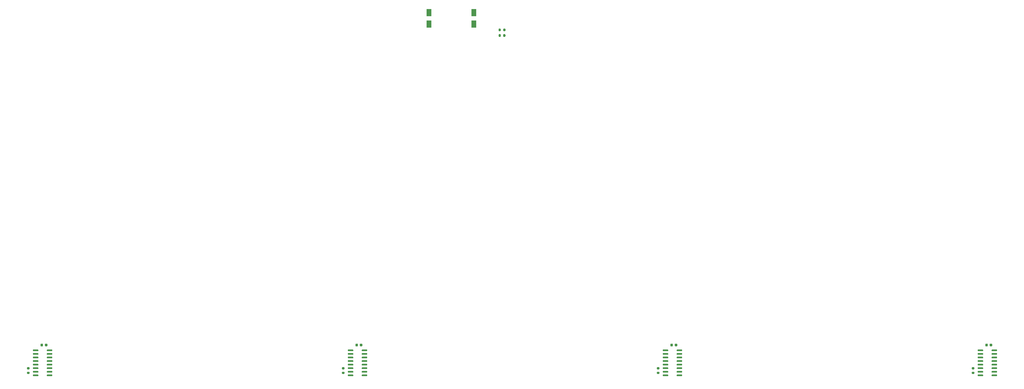
<source format=gbr>
G04 #@! TF.GenerationSoftware,KiCad,Pcbnew,(5.1.7)-1*
G04 #@! TF.CreationDate,2021-02-18T19:39:08-05:00*
G04 #@! TF.ProjectId,OpeNITHM-full,4f70654e-4954-4484-9d2d-66756c6c2e6b,rev?*
G04 #@! TF.SameCoordinates,Original*
G04 #@! TF.FileFunction,Paste,Top*
G04 #@! TF.FilePolarity,Positive*
%FSLAX46Y46*%
G04 Gerber Fmt 4.6, Leading zero omitted, Abs format (unit mm)*
G04 Created by KiCad (PCBNEW (5.1.7)-1) date 2021-02-18 19:39:08*
%MOMM*%
%LPD*%
G01*
G04 APERTURE LIST*
%ADD10R,1.800000X2.500000*%
G04 APERTURE END LIST*
D10*
X124460000Y-12890000D03*
X124460000Y-8890000D03*
X140335000Y-12890000D03*
X140335000Y-8890000D03*
G36*
G01*
X100560000Y-129055000D02*
X100560000Y-128755000D01*
G75*
G02*
X100710000Y-128605000I150000J0D01*
G01*
X102360000Y-128605000D01*
G75*
G02*
X102510000Y-128755000I0J-150000D01*
G01*
X102510000Y-129055000D01*
G75*
G02*
X102360000Y-129205000I-150000J0D01*
G01*
X100710000Y-129205000D01*
G75*
G02*
X100560000Y-129055000I0J150000D01*
G01*
G37*
G36*
G01*
X100560000Y-130325000D02*
X100560000Y-130025000D01*
G75*
G02*
X100710000Y-129875000I150000J0D01*
G01*
X102360000Y-129875000D01*
G75*
G02*
X102510000Y-130025000I0J-150000D01*
G01*
X102510000Y-130325000D01*
G75*
G02*
X102360000Y-130475000I-150000J0D01*
G01*
X100710000Y-130475000D01*
G75*
G02*
X100560000Y-130325000I0J150000D01*
G01*
G37*
G36*
G01*
X100560000Y-131595000D02*
X100560000Y-131295000D01*
G75*
G02*
X100710000Y-131145000I150000J0D01*
G01*
X102360000Y-131145000D01*
G75*
G02*
X102510000Y-131295000I0J-150000D01*
G01*
X102510000Y-131595000D01*
G75*
G02*
X102360000Y-131745000I-150000J0D01*
G01*
X100710000Y-131745000D01*
G75*
G02*
X100560000Y-131595000I0J150000D01*
G01*
G37*
G36*
G01*
X100560000Y-132865000D02*
X100560000Y-132565000D01*
G75*
G02*
X100710000Y-132415000I150000J0D01*
G01*
X102360000Y-132415000D01*
G75*
G02*
X102510000Y-132565000I0J-150000D01*
G01*
X102510000Y-132865000D01*
G75*
G02*
X102360000Y-133015000I-150000J0D01*
G01*
X100710000Y-133015000D01*
G75*
G02*
X100560000Y-132865000I0J150000D01*
G01*
G37*
G36*
G01*
X100560000Y-134135000D02*
X100560000Y-133835000D01*
G75*
G02*
X100710000Y-133685000I150000J0D01*
G01*
X102360000Y-133685000D01*
G75*
G02*
X102510000Y-133835000I0J-150000D01*
G01*
X102510000Y-134135000D01*
G75*
G02*
X102360000Y-134285000I-150000J0D01*
G01*
X100710000Y-134285000D01*
G75*
G02*
X100560000Y-134135000I0J150000D01*
G01*
G37*
G36*
G01*
X100560000Y-135405000D02*
X100560000Y-135105000D01*
G75*
G02*
X100710000Y-134955000I150000J0D01*
G01*
X102360000Y-134955000D01*
G75*
G02*
X102510000Y-135105000I0J-150000D01*
G01*
X102510000Y-135405000D01*
G75*
G02*
X102360000Y-135555000I-150000J0D01*
G01*
X100710000Y-135555000D01*
G75*
G02*
X100560000Y-135405000I0J150000D01*
G01*
G37*
G36*
G01*
X100560000Y-136675000D02*
X100560000Y-136375000D01*
G75*
G02*
X100710000Y-136225000I150000J0D01*
G01*
X102360000Y-136225000D01*
G75*
G02*
X102510000Y-136375000I0J-150000D01*
G01*
X102510000Y-136675000D01*
G75*
G02*
X102360000Y-136825000I-150000J0D01*
G01*
X100710000Y-136825000D01*
G75*
G02*
X100560000Y-136675000I0J150000D01*
G01*
G37*
G36*
G01*
X100560000Y-137945000D02*
X100560000Y-137645000D01*
G75*
G02*
X100710000Y-137495000I150000J0D01*
G01*
X102360000Y-137495000D01*
G75*
G02*
X102510000Y-137645000I0J-150000D01*
G01*
X102510000Y-137945000D01*
G75*
G02*
X102360000Y-138095000I-150000J0D01*
G01*
X100710000Y-138095000D01*
G75*
G02*
X100560000Y-137945000I0J150000D01*
G01*
G37*
G36*
G01*
X95610000Y-137945000D02*
X95610000Y-137645000D01*
G75*
G02*
X95760000Y-137495000I150000J0D01*
G01*
X97410000Y-137495000D01*
G75*
G02*
X97560000Y-137645000I0J-150000D01*
G01*
X97560000Y-137945000D01*
G75*
G02*
X97410000Y-138095000I-150000J0D01*
G01*
X95760000Y-138095000D01*
G75*
G02*
X95610000Y-137945000I0J150000D01*
G01*
G37*
G36*
G01*
X95610000Y-136675000D02*
X95610000Y-136375000D01*
G75*
G02*
X95760000Y-136225000I150000J0D01*
G01*
X97410000Y-136225000D01*
G75*
G02*
X97560000Y-136375000I0J-150000D01*
G01*
X97560000Y-136675000D01*
G75*
G02*
X97410000Y-136825000I-150000J0D01*
G01*
X95760000Y-136825000D01*
G75*
G02*
X95610000Y-136675000I0J150000D01*
G01*
G37*
G36*
G01*
X95610000Y-135405000D02*
X95610000Y-135105000D01*
G75*
G02*
X95760000Y-134955000I150000J0D01*
G01*
X97410000Y-134955000D01*
G75*
G02*
X97560000Y-135105000I0J-150000D01*
G01*
X97560000Y-135405000D01*
G75*
G02*
X97410000Y-135555000I-150000J0D01*
G01*
X95760000Y-135555000D01*
G75*
G02*
X95610000Y-135405000I0J150000D01*
G01*
G37*
G36*
G01*
X95610000Y-134135000D02*
X95610000Y-133835000D01*
G75*
G02*
X95760000Y-133685000I150000J0D01*
G01*
X97410000Y-133685000D01*
G75*
G02*
X97560000Y-133835000I0J-150000D01*
G01*
X97560000Y-134135000D01*
G75*
G02*
X97410000Y-134285000I-150000J0D01*
G01*
X95760000Y-134285000D01*
G75*
G02*
X95610000Y-134135000I0J150000D01*
G01*
G37*
G36*
G01*
X95610000Y-132865000D02*
X95610000Y-132565000D01*
G75*
G02*
X95760000Y-132415000I150000J0D01*
G01*
X97410000Y-132415000D01*
G75*
G02*
X97560000Y-132565000I0J-150000D01*
G01*
X97560000Y-132865000D01*
G75*
G02*
X97410000Y-133015000I-150000J0D01*
G01*
X95760000Y-133015000D01*
G75*
G02*
X95610000Y-132865000I0J150000D01*
G01*
G37*
G36*
G01*
X95610000Y-131595000D02*
X95610000Y-131295000D01*
G75*
G02*
X95760000Y-131145000I150000J0D01*
G01*
X97410000Y-131145000D01*
G75*
G02*
X97560000Y-131295000I0J-150000D01*
G01*
X97560000Y-131595000D01*
G75*
G02*
X97410000Y-131745000I-150000J0D01*
G01*
X95760000Y-131745000D01*
G75*
G02*
X95610000Y-131595000I0J150000D01*
G01*
G37*
G36*
G01*
X95610000Y-130325000D02*
X95610000Y-130025000D01*
G75*
G02*
X95760000Y-129875000I150000J0D01*
G01*
X97410000Y-129875000D01*
G75*
G02*
X97560000Y-130025000I0J-150000D01*
G01*
X97560000Y-130325000D01*
G75*
G02*
X97410000Y-130475000I-150000J0D01*
G01*
X95760000Y-130475000D01*
G75*
G02*
X95610000Y-130325000I0J150000D01*
G01*
G37*
G36*
G01*
X95610000Y-129055000D02*
X95610000Y-128755000D01*
G75*
G02*
X95760000Y-128605000I150000J0D01*
G01*
X97410000Y-128605000D01*
G75*
G02*
X97560000Y-128755000I0J-150000D01*
G01*
X97560000Y-129055000D01*
G75*
G02*
X97410000Y-129205000I-150000J0D01*
G01*
X95760000Y-129205000D01*
G75*
G02*
X95610000Y-129055000I0J150000D01*
G01*
G37*
G36*
G01*
X149115000Y-17275000D02*
X149115000Y-16725000D01*
G75*
G02*
X149315000Y-16525000I200000J0D01*
G01*
X149715000Y-16525000D01*
G75*
G02*
X149915000Y-16725000I0J-200000D01*
G01*
X149915000Y-17275000D01*
G75*
G02*
X149715000Y-17475000I-200000J0D01*
G01*
X149315000Y-17475000D01*
G75*
G02*
X149115000Y-17275000I0J200000D01*
G01*
G37*
G36*
G01*
X150765000Y-17275000D02*
X150765000Y-16725000D01*
G75*
G02*
X150965000Y-16525000I200000J0D01*
G01*
X151365000Y-16525000D01*
G75*
G02*
X151565000Y-16725000I0J-200000D01*
G01*
X151565000Y-17275000D01*
G75*
G02*
X151365000Y-17475000I-200000J0D01*
G01*
X150965000Y-17475000D01*
G75*
G02*
X150765000Y-17275000I0J200000D01*
G01*
G37*
G36*
G01*
X149115000Y-15275000D02*
X149115000Y-14725000D01*
G75*
G02*
X149315000Y-14525000I200000J0D01*
G01*
X149715000Y-14525000D01*
G75*
G02*
X149915000Y-14725000I0J-200000D01*
G01*
X149915000Y-15275000D01*
G75*
G02*
X149715000Y-15475000I-200000J0D01*
G01*
X149315000Y-15475000D01*
G75*
G02*
X149115000Y-15275000I0J200000D01*
G01*
G37*
G36*
G01*
X150765000Y-15275000D02*
X150765000Y-14725000D01*
G75*
G02*
X150965000Y-14525000I200000J0D01*
G01*
X151365000Y-14525000D01*
G75*
G02*
X151565000Y-14725000I0J-200000D01*
G01*
X151565000Y-15275000D01*
G75*
G02*
X151365000Y-15475000I-200000J0D01*
G01*
X150965000Y-15475000D01*
G75*
G02*
X150765000Y-15275000I0J200000D01*
G01*
G37*
G36*
G01*
X324080000Y-129055000D02*
X324080000Y-128755000D01*
G75*
G02*
X324230000Y-128605000I150000J0D01*
G01*
X325880000Y-128605000D01*
G75*
G02*
X326030000Y-128755000I0J-150000D01*
G01*
X326030000Y-129055000D01*
G75*
G02*
X325880000Y-129205000I-150000J0D01*
G01*
X324230000Y-129205000D01*
G75*
G02*
X324080000Y-129055000I0J150000D01*
G01*
G37*
G36*
G01*
X324080000Y-130325000D02*
X324080000Y-130025000D01*
G75*
G02*
X324230000Y-129875000I150000J0D01*
G01*
X325880000Y-129875000D01*
G75*
G02*
X326030000Y-130025000I0J-150000D01*
G01*
X326030000Y-130325000D01*
G75*
G02*
X325880000Y-130475000I-150000J0D01*
G01*
X324230000Y-130475000D01*
G75*
G02*
X324080000Y-130325000I0J150000D01*
G01*
G37*
G36*
G01*
X324080000Y-131595000D02*
X324080000Y-131295000D01*
G75*
G02*
X324230000Y-131145000I150000J0D01*
G01*
X325880000Y-131145000D01*
G75*
G02*
X326030000Y-131295000I0J-150000D01*
G01*
X326030000Y-131595000D01*
G75*
G02*
X325880000Y-131745000I-150000J0D01*
G01*
X324230000Y-131745000D01*
G75*
G02*
X324080000Y-131595000I0J150000D01*
G01*
G37*
G36*
G01*
X324080000Y-132865000D02*
X324080000Y-132565000D01*
G75*
G02*
X324230000Y-132415000I150000J0D01*
G01*
X325880000Y-132415000D01*
G75*
G02*
X326030000Y-132565000I0J-150000D01*
G01*
X326030000Y-132865000D01*
G75*
G02*
X325880000Y-133015000I-150000J0D01*
G01*
X324230000Y-133015000D01*
G75*
G02*
X324080000Y-132865000I0J150000D01*
G01*
G37*
G36*
G01*
X324080000Y-134135000D02*
X324080000Y-133835000D01*
G75*
G02*
X324230000Y-133685000I150000J0D01*
G01*
X325880000Y-133685000D01*
G75*
G02*
X326030000Y-133835000I0J-150000D01*
G01*
X326030000Y-134135000D01*
G75*
G02*
X325880000Y-134285000I-150000J0D01*
G01*
X324230000Y-134285000D01*
G75*
G02*
X324080000Y-134135000I0J150000D01*
G01*
G37*
G36*
G01*
X324080000Y-135405000D02*
X324080000Y-135105000D01*
G75*
G02*
X324230000Y-134955000I150000J0D01*
G01*
X325880000Y-134955000D01*
G75*
G02*
X326030000Y-135105000I0J-150000D01*
G01*
X326030000Y-135405000D01*
G75*
G02*
X325880000Y-135555000I-150000J0D01*
G01*
X324230000Y-135555000D01*
G75*
G02*
X324080000Y-135405000I0J150000D01*
G01*
G37*
G36*
G01*
X324080000Y-136675000D02*
X324080000Y-136375000D01*
G75*
G02*
X324230000Y-136225000I150000J0D01*
G01*
X325880000Y-136225000D01*
G75*
G02*
X326030000Y-136375000I0J-150000D01*
G01*
X326030000Y-136675000D01*
G75*
G02*
X325880000Y-136825000I-150000J0D01*
G01*
X324230000Y-136825000D01*
G75*
G02*
X324080000Y-136675000I0J150000D01*
G01*
G37*
G36*
G01*
X324080000Y-137945000D02*
X324080000Y-137645000D01*
G75*
G02*
X324230000Y-137495000I150000J0D01*
G01*
X325880000Y-137495000D01*
G75*
G02*
X326030000Y-137645000I0J-150000D01*
G01*
X326030000Y-137945000D01*
G75*
G02*
X325880000Y-138095000I-150000J0D01*
G01*
X324230000Y-138095000D01*
G75*
G02*
X324080000Y-137945000I0J150000D01*
G01*
G37*
G36*
G01*
X319130000Y-137945000D02*
X319130000Y-137645000D01*
G75*
G02*
X319280000Y-137495000I150000J0D01*
G01*
X320930000Y-137495000D01*
G75*
G02*
X321080000Y-137645000I0J-150000D01*
G01*
X321080000Y-137945000D01*
G75*
G02*
X320930000Y-138095000I-150000J0D01*
G01*
X319280000Y-138095000D01*
G75*
G02*
X319130000Y-137945000I0J150000D01*
G01*
G37*
G36*
G01*
X319130000Y-136675000D02*
X319130000Y-136375000D01*
G75*
G02*
X319280000Y-136225000I150000J0D01*
G01*
X320930000Y-136225000D01*
G75*
G02*
X321080000Y-136375000I0J-150000D01*
G01*
X321080000Y-136675000D01*
G75*
G02*
X320930000Y-136825000I-150000J0D01*
G01*
X319280000Y-136825000D01*
G75*
G02*
X319130000Y-136675000I0J150000D01*
G01*
G37*
G36*
G01*
X319130000Y-135405000D02*
X319130000Y-135105000D01*
G75*
G02*
X319280000Y-134955000I150000J0D01*
G01*
X320930000Y-134955000D01*
G75*
G02*
X321080000Y-135105000I0J-150000D01*
G01*
X321080000Y-135405000D01*
G75*
G02*
X320930000Y-135555000I-150000J0D01*
G01*
X319280000Y-135555000D01*
G75*
G02*
X319130000Y-135405000I0J150000D01*
G01*
G37*
G36*
G01*
X319130000Y-134135000D02*
X319130000Y-133835000D01*
G75*
G02*
X319280000Y-133685000I150000J0D01*
G01*
X320930000Y-133685000D01*
G75*
G02*
X321080000Y-133835000I0J-150000D01*
G01*
X321080000Y-134135000D01*
G75*
G02*
X320930000Y-134285000I-150000J0D01*
G01*
X319280000Y-134285000D01*
G75*
G02*
X319130000Y-134135000I0J150000D01*
G01*
G37*
G36*
G01*
X319130000Y-132865000D02*
X319130000Y-132565000D01*
G75*
G02*
X319280000Y-132415000I150000J0D01*
G01*
X320930000Y-132415000D01*
G75*
G02*
X321080000Y-132565000I0J-150000D01*
G01*
X321080000Y-132865000D01*
G75*
G02*
X320930000Y-133015000I-150000J0D01*
G01*
X319280000Y-133015000D01*
G75*
G02*
X319130000Y-132865000I0J150000D01*
G01*
G37*
G36*
G01*
X319130000Y-131595000D02*
X319130000Y-131295000D01*
G75*
G02*
X319280000Y-131145000I150000J0D01*
G01*
X320930000Y-131145000D01*
G75*
G02*
X321080000Y-131295000I0J-150000D01*
G01*
X321080000Y-131595000D01*
G75*
G02*
X320930000Y-131745000I-150000J0D01*
G01*
X319280000Y-131745000D01*
G75*
G02*
X319130000Y-131595000I0J150000D01*
G01*
G37*
G36*
G01*
X319130000Y-130325000D02*
X319130000Y-130025000D01*
G75*
G02*
X319280000Y-129875000I150000J0D01*
G01*
X320930000Y-129875000D01*
G75*
G02*
X321080000Y-130025000I0J-150000D01*
G01*
X321080000Y-130325000D01*
G75*
G02*
X320930000Y-130475000I-150000J0D01*
G01*
X319280000Y-130475000D01*
G75*
G02*
X319130000Y-130325000I0J150000D01*
G01*
G37*
G36*
G01*
X319130000Y-129055000D02*
X319130000Y-128755000D01*
G75*
G02*
X319280000Y-128605000I150000J0D01*
G01*
X320930000Y-128605000D01*
G75*
G02*
X321080000Y-128755000I0J-150000D01*
G01*
X321080000Y-129055000D01*
G75*
G02*
X320930000Y-129205000I-150000J0D01*
G01*
X319280000Y-129205000D01*
G75*
G02*
X319130000Y-129055000I0J150000D01*
G01*
G37*
G36*
G01*
X321850000Y-127250000D02*
X321850000Y-126750000D01*
G75*
G02*
X322075000Y-126525000I225000J0D01*
G01*
X322525000Y-126525000D01*
G75*
G02*
X322750000Y-126750000I0J-225000D01*
G01*
X322750000Y-127250000D01*
G75*
G02*
X322525000Y-127475000I-225000J0D01*
G01*
X322075000Y-127475000D01*
G75*
G02*
X321850000Y-127250000I0J225000D01*
G01*
G37*
G36*
G01*
X323400000Y-127250000D02*
X323400000Y-126750000D01*
G75*
G02*
X323625000Y-126525000I225000J0D01*
G01*
X324075000Y-126525000D01*
G75*
G02*
X324300000Y-126750000I0J-225000D01*
G01*
X324300000Y-127250000D01*
G75*
G02*
X324075000Y-127475000I-225000J0D01*
G01*
X323625000Y-127475000D01*
G75*
G02*
X323400000Y-127250000I0J225000D01*
G01*
G37*
G36*
G01*
X-18055000Y-136505000D02*
X-17505000Y-136505000D01*
G75*
G02*
X-17305000Y-136705000I0J-200000D01*
G01*
X-17305000Y-137105000D01*
G75*
G02*
X-17505000Y-137305000I-200000J0D01*
G01*
X-18055000Y-137305000D01*
G75*
G02*
X-18255000Y-137105000I0J200000D01*
G01*
X-18255000Y-136705000D01*
G75*
G02*
X-18055000Y-136505000I200000J0D01*
G01*
G37*
G36*
G01*
X-18055000Y-134855000D02*
X-17505000Y-134855000D01*
G75*
G02*
X-17305000Y-135055000I0J-200000D01*
G01*
X-17305000Y-135455000D01*
G75*
G02*
X-17505000Y-135655000I-200000J0D01*
G01*
X-18055000Y-135655000D01*
G75*
G02*
X-18255000Y-135455000I0J200000D01*
G01*
X-18255000Y-135055000D01*
G75*
G02*
X-18055000Y-134855000I200000J0D01*
G01*
G37*
G36*
G01*
X-11200000Y-129055000D02*
X-11200000Y-128755000D01*
G75*
G02*
X-11050000Y-128605000I150000J0D01*
G01*
X-9400000Y-128605000D01*
G75*
G02*
X-9250000Y-128755000I0J-150000D01*
G01*
X-9250000Y-129055000D01*
G75*
G02*
X-9400000Y-129205000I-150000J0D01*
G01*
X-11050000Y-129205000D01*
G75*
G02*
X-11200000Y-129055000I0J150000D01*
G01*
G37*
G36*
G01*
X-11200000Y-130325000D02*
X-11200000Y-130025000D01*
G75*
G02*
X-11050000Y-129875000I150000J0D01*
G01*
X-9400000Y-129875000D01*
G75*
G02*
X-9250000Y-130025000I0J-150000D01*
G01*
X-9250000Y-130325000D01*
G75*
G02*
X-9400000Y-130475000I-150000J0D01*
G01*
X-11050000Y-130475000D01*
G75*
G02*
X-11200000Y-130325000I0J150000D01*
G01*
G37*
G36*
G01*
X-11200000Y-131595000D02*
X-11200000Y-131295000D01*
G75*
G02*
X-11050000Y-131145000I150000J0D01*
G01*
X-9400000Y-131145000D01*
G75*
G02*
X-9250000Y-131295000I0J-150000D01*
G01*
X-9250000Y-131595000D01*
G75*
G02*
X-9400000Y-131745000I-150000J0D01*
G01*
X-11050000Y-131745000D01*
G75*
G02*
X-11200000Y-131595000I0J150000D01*
G01*
G37*
G36*
G01*
X-11200000Y-132865000D02*
X-11200000Y-132565000D01*
G75*
G02*
X-11050000Y-132415000I150000J0D01*
G01*
X-9400000Y-132415000D01*
G75*
G02*
X-9250000Y-132565000I0J-150000D01*
G01*
X-9250000Y-132865000D01*
G75*
G02*
X-9400000Y-133015000I-150000J0D01*
G01*
X-11050000Y-133015000D01*
G75*
G02*
X-11200000Y-132865000I0J150000D01*
G01*
G37*
G36*
G01*
X-11200000Y-134135000D02*
X-11200000Y-133835000D01*
G75*
G02*
X-11050000Y-133685000I150000J0D01*
G01*
X-9400000Y-133685000D01*
G75*
G02*
X-9250000Y-133835000I0J-150000D01*
G01*
X-9250000Y-134135000D01*
G75*
G02*
X-9400000Y-134285000I-150000J0D01*
G01*
X-11050000Y-134285000D01*
G75*
G02*
X-11200000Y-134135000I0J150000D01*
G01*
G37*
G36*
G01*
X-11200000Y-135405000D02*
X-11200000Y-135105000D01*
G75*
G02*
X-11050000Y-134955000I150000J0D01*
G01*
X-9400000Y-134955000D01*
G75*
G02*
X-9250000Y-135105000I0J-150000D01*
G01*
X-9250000Y-135405000D01*
G75*
G02*
X-9400000Y-135555000I-150000J0D01*
G01*
X-11050000Y-135555000D01*
G75*
G02*
X-11200000Y-135405000I0J150000D01*
G01*
G37*
G36*
G01*
X-11200000Y-136675000D02*
X-11200000Y-136375000D01*
G75*
G02*
X-11050000Y-136225000I150000J0D01*
G01*
X-9400000Y-136225000D01*
G75*
G02*
X-9250000Y-136375000I0J-150000D01*
G01*
X-9250000Y-136675000D01*
G75*
G02*
X-9400000Y-136825000I-150000J0D01*
G01*
X-11050000Y-136825000D01*
G75*
G02*
X-11200000Y-136675000I0J150000D01*
G01*
G37*
G36*
G01*
X-11200000Y-137945000D02*
X-11200000Y-137645000D01*
G75*
G02*
X-11050000Y-137495000I150000J0D01*
G01*
X-9400000Y-137495000D01*
G75*
G02*
X-9250000Y-137645000I0J-150000D01*
G01*
X-9250000Y-137945000D01*
G75*
G02*
X-9400000Y-138095000I-150000J0D01*
G01*
X-11050000Y-138095000D01*
G75*
G02*
X-11200000Y-137945000I0J150000D01*
G01*
G37*
G36*
G01*
X-16150000Y-137945000D02*
X-16150000Y-137645000D01*
G75*
G02*
X-16000000Y-137495000I150000J0D01*
G01*
X-14350000Y-137495000D01*
G75*
G02*
X-14200000Y-137645000I0J-150000D01*
G01*
X-14200000Y-137945000D01*
G75*
G02*
X-14350000Y-138095000I-150000J0D01*
G01*
X-16000000Y-138095000D01*
G75*
G02*
X-16150000Y-137945000I0J150000D01*
G01*
G37*
G36*
G01*
X-16150000Y-136675000D02*
X-16150000Y-136375000D01*
G75*
G02*
X-16000000Y-136225000I150000J0D01*
G01*
X-14350000Y-136225000D01*
G75*
G02*
X-14200000Y-136375000I0J-150000D01*
G01*
X-14200000Y-136675000D01*
G75*
G02*
X-14350000Y-136825000I-150000J0D01*
G01*
X-16000000Y-136825000D01*
G75*
G02*
X-16150000Y-136675000I0J150000D01*
G01*
G37*
G36*
G01*
X-16150000Y-135405000D02*
X-16150000Y-135105000D01*
G75*
G02*
X-16000000Y-134955000I150000J0D01*
G01*
X-14350000Y-134955000D01*
G75*
G02*
X-14200000Y-135105000I0J-150000D01*
G01*
X-14200000Y-135405000D01*
G75*
G02*
X-14350000Y-135555000I-150000J0D01*
G01*
X-16000000Y-135555000D01*
G75*
G02*
X-16150000Y-135405000I0J150000D01*
G01*
G37*
G36*
G01*
X-16150000Y-134135000D02*
X-16150000Y-133835000D01*
G75*
G02*
X-16000000Y-133685000I150000J0D01*
G01*
X-14350000Y-133685000D01*
G75*
G02*
X-14200000Y-133835000I0J-150000D01*
G01*
X-14200000Y-134135000D01*
G75*
G02*
X-14350000Y-134285000I-150000J0D01*
G01*
X-16000000Y-134285000D01*
G75*
G02*
X-16150000Y-134135000I0J150000D01*
G01*
G37*
G36*
G01*
X-16150000Y-132865000D02*
X-16150000Y-132565000D01*
G75*
G02*
X-16000000Y-132415000I150000J0D01*
G01*
X-14350000Y-132415000D01*
G75*
G02*
X-14200000Y-132565000I0J-150000D01*
G01*
X-14200000Y-132865000D01*
G75*
G02*
X-14350000Y-133015000I-150000J0D01*
G01*
X-16000000Y-133015000D01*
G75*
G02*
X-16150000Y-132865000I0J150000D01*
G01*
G37*
G36*
G01*
X-16150000Y-131595000D02*
X-16150000Y-131295000D01*
G75*
G02*
X-16000000Y-131145000I150000J0D01*
G01*
X-14350000Y-131145000D01*
G75*
G02*
X-14200000Y-131295000I0J-150000D01*
G01*
X-14200000Y-131595000D01*
G75*
G02*
X-14350000Y-131745000I-150000J0D01*
G01*
X-16000000Y-131745000D01*
G75*
G02*
X-16150000Y-131595000I0J150000D01*
G01*
G37*
G36*
G01*
X-16150000Y-130325000D02*
X-16150000Y-130025000D01*
G75*
G02*
X-16000000Y-129875000I150000J0D01*
G01*
X-14350000Y-129875000D01*
G75*
G02*
X-14200000Y-130025000I0J-150000D01*
G01*
X-14200000Y-130325000D01*
G75*
G02*
X-14350000Y-130475000I-150000J0D01*
G01*
X-16000000Y-130475000D01*
G75*
G02*
X-16150000Y-130325000I0J150000D01*
G01*
G37*
G36*
G01*
X-16150000Y-129055000D02*
X-16150000Y-128755000D01*
G75*
G02*
X-16000000Y-128605000I150000J0D01*
G01*
X-14350000Y-128605000D01*
G75*
G02*
X-14200000Y-128755000I0J-150000D01*
G01*
X-14200000Y-129055000D01*
G75*
G02*
X-14350000Y-129205000I-150000J0D01*
G01*
X-16000000Y-129205000D01*
G75*
G02*
X-16150000Y-129055000I0J150000D01*
G01*
G37*
G36*
G01*
X98330000Y-127250000D02*
X98330000Y-126750000D01*
G75*
G02*
X98555000Y-126525000I225000J0D01*
G01*
X99005000Y-126525000D01*
G75*
G02*
X99230000Y-126750000I0J-225000D01*
G01*
X99230000Y-127250000D01*
G75*
G02*
X99005000Y-127475000I-225000J0D01*
G01*
X98555000Y-127475000D01*
G75*
G02*
X98330000Y-127250000I0J225000D01*
G01*
G37*
G36*
G01*
X99880000Y-127250000D02*
X99880000Y-126750000D01*
G75*
G02*
X100105000Y-126525000I225000J0D01*
G01*
X100555000Y-126525000D01*
G75*
G02*
X100780000Y-126750000I0J-225000D01*
G01*
X100780000Y-127250000D01*
G75*
G02*
X100555000Y-127475000I-225000J0D01*
G01*
X100105000Y-127475000D01*
G75*
G02*
X99880000Y-127250000I0J225000D01*
G01*
G37*
G36*
G01*
X210090000Y-127250000D02*
X210090000Y-126750000D01*
G75*
G02*
X210315000Y-126525000I225000J0D01*
G01*
X210765000Y-126525000D01*
G75*
G02*
X210990000Y-126750000I0J-225000D01*
G01*
X210990000Y-127250000D01*
G75*
G02*
X210765000Y-127475000I-225000J0D01*
G01*
X210315000Y-127475000D01*
G75*
G02*
X210090000Y-127250000I0J225000D01*
G01*
G37*
G36*
G01*
X211640000Y-127250000D02*
X211640000Y-126750000D01*
G75*
G02*
X211865000Y-126525000I225000J0D01*
G01*
X212315000Y-126525000D01*
G75*
G02*
X212540000Y-126750000I0J-225000D01*
G01*
X212540000Y-127250000D01*
G75*
G02*
X212315000Y-127475000I-225000J0D01*
G01*
X211865000Y-127475000D01*
G75*
G02*
X211640000Y-127250000I0J225000D01*
G01*
G37*
G36*
G01*
X-13430000Y-127250000D02*
X-13430000Y-126750000D01*
G75*
G02*
X-13205000Y-126525000I225000J0D01*
G01*
X-12755000Y-126525000D01*
G75*
G02*
X-12530000Y-126750000I0J-225000D01*
G01*
X-12530000Y-127250000D01*
G75*
G02*
X-12755000Y-127475000I-225000J0D01*
G01*
X-13205000Y-127475000D01*
G75*
G02*
X-13430000Y-127250000I0J225000D01*
G01*
G37*
G36*
G01*
X-11880000Y-127250000D02*
X-11880000Y-126750000D01*
G75*
G02*
X-11655000Y-126525000I225000J0D01*
G01*
X-11205000Y-126525000D01*
G75*
G02*
X-10980000Y-126750000I0J-225000D01*
G01*
X-10980000Y-127250000D01*
G75*
G02*
X-11205000Y-127475000I-225000J0D01*
G01*
X-11655000Y-127475000D01*
G75*
G02*
X-11880000Y-127250000I0J225000D01*
G01*
G37*
G36*
G01*
X212320000Y-129055000D02*
X212320000Y-128755000D01*
G75*
G02*
X212470000Y-128605000I150000J0D01*
G01*
X214120000Y-128605000D01*
G75*
G02*
X214270000Y-128755000I0J-150000D01*
G01*
X214270000Y-129055000D01*
G75*
G02*
X214120000Y-129205000I-150000J0D01*
G01*
X212470000Y-129205000D01*
G75*
G02*
X212320000Y-129055000I0J150000D01*
G01*
G37*
G36*
G01*
X212320000Y-130325000D02*
X212320000Y-130025000D01*
G75*
G02*
X212470000Y-129875000I150000J0D01*
G01*
X214120000Y-129875000D01*
G75*
G02*
X214270000Y-130025000I0J-150000D01*
G01*
X214270000Y-130325000D01*
G75*
G02*
X214120000Y-130475000I-150000J0D01*
G01*
X212470000Y-130475000D01*
G75*
G02*
X212320000Y-130325000I0J150000D01*
G01*
G37*
G36*
G01*
X212320000Y-131595000D02*
X212320000Y-131295000D01*
G75*
G02*
X212470000Y-131145000I150000J0D01*
G01*
X214120000Y-131145000D01*
G75*
G02*
X214270000Y-131295000I0J-150000D01*
G01*
X214270000Y-131595000D01*
G75*
G02*
X214120000Y-131745000I-150000J0D01*
G01*
X212470000Y-131745000D01*
G75*
G02*
X212320000Y-131595000I0J150000D01*
G01*
G37*
G36*
G01*
X212320000Y-132865000D02*
X212320000Y-132565000D01*
G75*
G02*
X212470000Y-132415000I150000J0D01*
G01*
X214120000Y-132415000D01*
G75*
G02*
X214270000Y-132565000I0J-150000D01*
G01*
X214270000Y-132865000D01*
G75*
G02*
X214120000Y-133015000I-150000J0D01*
G01*
X212470000Y-133015000D01*
G75*
G02*
X212320000Y-132865000I0J150000D01*
G01*
G37*
G36*
G01*
X212320000Y-134135000D02*
X212320000Y-133835000D01*
G75*
G02*
X212470000Y-133685000I150000J0D01*
G01*
X214120000Y-133685000D01*
G75*
G02*
X214270000Y-133835000I0J-150000D01*
G01*
X214270000Y-134135000D01*
G75*
G02*
X214120000Y-134285000I-150000J0D01*
G01*
X212470000Y-134285000D01*
G75*
G02*
X212320000Y-134135000I0J150000D01*
G01*
G37*
G36*
G01*
X212320000Y-135405000D02*
X212320000Y-135105000D01*
G75*
G02*
X212470000Y-134955000I150000J0D01*
G01*
X214120000Y-134955000D01*
G75*
G02*
X214270000Y-135105000I0J-150000D01*
G01*
X214270000Y-135405000D01*
G75*
G02*
X214120000Y-135555000I-150000J0D01*
G01*
X212470000Y-135555000D01*
G75*
G02*
X212320000Y-135405000I0J150000D01*
G01*
G37*
G36*
G01*
X212320000Y-136675000D02*
X212320000Y-136375000D01*
G75*
G02*
X212470000Y-136225000I150000J0D01*
G01*
X214120000Y-136225000D01*
G75*
G02*
X214270000Y-136375000I0J-150000D01*
G01*
X214270000Y-136675000D01*
G75*
G02*
X214120000Y-136825000I-150000J0D01*
G01*
X212470000Y-136825000D01*
G75*
G02*
X212320000Y-136675000I0J150000D01*
G01*
G37*
G36*
G01*
X212320000Y-137945000D02*
X212320000Y-137645000D01*
G75*
G02*
X212470000Y-137495000I150000J0D01*
G01*
X214120000Y-137495000D01*
G75*
G02*
X214270000Y-137645000I0J-150000D01*
G01*
X214270000Y-137945000D01*
G75*
G02*
X214120000Y-138095000I-150000J0D01*
G01*
X212470000Y-138095000D01*
G75*
G02*
X212320000Y-137945000I0J150000D01*
G01*
G37*
G36*
G01*
X207370000Y-137945000D02*
X207370000Y-137645000D01*
G75*
G02*
X207520000Y-137495000I150000J0D01*
G01*
X209170000Y-137495000D01*
G75*
G02*
X209320000Y-137645000I0J-150000D01*
G01*
X209320000Y-137945000D01*
G75*
G02*
X209170000Y-138095000I-150000J0D01*
G01*
X207520000Y-138095000D01*
G75*
G02*
X207370000Y-137945000I0J150000D01*
G01*
G37*
G36*
G01*
X207370000Y-136675000D02*
X207370000Y-136375000D01*
G75*
G02*
X207520000Y-136225000I150000J0D01*
G01*
X209170000Y-136225000D01*
G75*
G02*
X209320000Y-136375000I0J-150000D01*
G01*
X209320000Y-136675000D01*
G75*
G02*
X209170000Y-136825000I-150000J0D01*
G01*
X207520000Y-136825000D01*
G75*
G02*
X207370000Y-136675000I0J150000D01*
G01*
G37*
G36*
G01*
X207370000Y-135405000D02*
X207370000Y-135105000D01*
G75*
G02*
X207520000Y-134955000I150000J0D01*
G01*
X209170000Y-134955000D01*
G75*
G02*
X209320000Y-135105000I0J-150000D01*
G01*
X209320000Y-135405000D01*
G75*
G02*
X209170000Y-135555000I-150000J0D01*
G01*
X207520000Y-135555000D01*
G75*
G02*
X207370000Y-135405000I0J150000D01*
G01*
G37*
G36*
G01*
X207370000Y-134135000D02*
X207370000Y-133835000D01*
G75*
G02*
X207520000Y-133685000I150000J0D01*
G01*
X209170000Y-133685000D01*
G75*
G02*
X209320000Y-133835000I0J-150000D01*
G01*
X209320000Y-134135000D01*
G75*
G02*
X209170000Y-134285000I-150000J0D01*
G01*
X207520000Y-134285000D01*
G75*
G02*
X207370000Y-134135000I0J150000D01*
G01*
G37*
G36*
G01*
X207370000Y-132865000D02*
X207370000Y-132565000D01*
G75*
G02*
X207520000Y-132415000I150000J0D01*
G01*
X209170000Y-132415000D01*
G75*
G02*
X209320000Y-132565000I0J-150000D01*
G01*
X209320000Y-132865000D01*
G75*
G02*
X209170000Y-133015000I-150000J0D01*
G01*
X207520000Y-133015000D01*
G75*
G02*
X207370000Y-132865000I0J150000D01*
G01*
G37*
G36*
G01*
X207370000Y-131595000D02*
X207370000Y-131295000D01*
G75*
G02*
X207520000Y-131145000I150000J0D01*
G01*
X209170000Y-131145000D01*
G75*
G02*
X209320000Y-131295000I0J-150000D01*
G01*
X209320000Y-131595000D01*
G75*
G02*
X209170000Y-131745000I-150000J0D01*
G01*
X207520000Y-131745000D01*
G75*
G02*
X207370000Y-131595000I0J150000D01*
G01*
G37*
G36*
G01*
X207370000Y-130325000D02*
X207370000Y-130025000D01*
G75*
G02*
X207520000Y-129875000I150000J0D01*
G01*
X209170000Y-129875000D01*
G75*
G02*
X209320000Y-130025000I0J-150000D01*
G01*
X209320000Y-130325000D01*
G75*
G02*
X209170000Y-130475000I-150000J0D01*
G01*
X207520000Y-130475000D01*
G75*
G02*
X207370000Y-130325000I0J150000D01*
G01*
G37*
G36*
G01*
X207370000Y-129055000D02*
X207370000Y-128755000D01*
G75*
G02*
X207520000Y-128605000I150000J0D01*
G01*
X209170000Y-128605000D01*
G75*
G02*
X209320000Y-128755000I0J-150000D01*
G01*
X209320000Y-129055000D01*
G75*
G02*
X209170000Y-129205000I-150000J0D01*
G01*
X207520000Y-129205000D01*
G75*
G02*
X207370000Y-129055000I0J150000D01*
G01*
G37*
G36*
G01*
X93705000Y-136505000D02*
X94255000Y-136505000D01*
G75*
G02*
X94455000Y-136705000I0J-200000D01*
G01*
X94455000Y-137105000D01*
G75*
G02*
X94255000Y-137305000I-200000J0D01*
G01*
X93705000Y-137305000D01*
G75*
G02*
X93505000Y-137105000I0J200000D01*
G01*
X93505000Y-136705000D01*
G75*
G02*
X93705000Y-136505000I200000J0D01*
G01*
G37*
G36*
G01*
X93705000Y-134855000D02*
X94255000Y-134855000D01*
G75*
G02*
X94455000Y-135055000I0J-200000D01*
G01*
X94455000Y-135455000D01*
G75*
G02*
X94255000Y-135655000I-200000J0D01*
G01*
X93705000Y-135655000D01*
G75*
G02*
X93505000Y-135455000I0J200000D01*
G01*
X93505000Y-135055000D01*
G75*
G02*
X93705000Y-134855000I200000J0D01*
G01*
G37*
G36*
G01*
X205465000Y-136505000D02*
X206015000Y-136505000D01*
G75*
G02*
X206215000Y-136705000I0J-200000D01*
G01*
X206215000Y-137105000D01*
G75*
G02*
X206015000Y-137305000I-200000J0D01*
G01*
X205465000Y-137305000D01*
G75*
G02*
X205265000Y-137105000I0J200000D01*
G01*
X205265000Y-136705000D01*
G75*
G02*
X205465000Y-136505000I200000J0D01*
G01*
G37*
G36*
G01*
X205465000Y-134855000D02*
X206015000Y-134855000D01*
G75*
G02*
X206215000Y-135055000I0J-200000D01*
G01*
X206215000Y-135455000D01*
G75*
G02*
X206015000Y-135655000I-200000J0D01*
G01*
X205465000Y-135655000D01*
G75*
G02*
X205265000Y-135455000I0J200000D01*
G01*
X205265000Y-135055000D01*
G75*
G02*
X205465000Y-134855000I200000J0D01*
G01*
G37*
G36*
G01*
X317225000Y-136505000D02*
X317775000Y-136505000D01*
G75*
G02*
X317975000Y-136705000I0J-200000D01*
G01*
X317975000Y-137105000D01*
G75*
G02*
X317775000Y-137305000I-200000J0D01*
G01*
X317225000Y-137305000D01*
G75*
G02*
X317025000Y-137105000I0J200000D01*
G01*
X317025000Y-136705000D01*
G75*
G02*
X317225000Y-136505000I200000J0D01*
G01*
G37*
G36*
G01*
X317225000Y-134855000D02*
X317775000Y-134855000D01*
G75*
G02*
X317975000Y-135055000I0J-200000D01*
G01*
X317975000Y-135455000D01*
G75*
G02*
X317775000Y-135655000I-200000J0D01*
G01*
X317225000Y-135655000D01*
G75*
G02*
X317025000Y-135455000I0J200000D01*
G01*
X317025000Y-135055000D01*
G75*
G02*
X317225000Y-134855000I200000J0D01*
G01*
G37*
M02*

</source>
